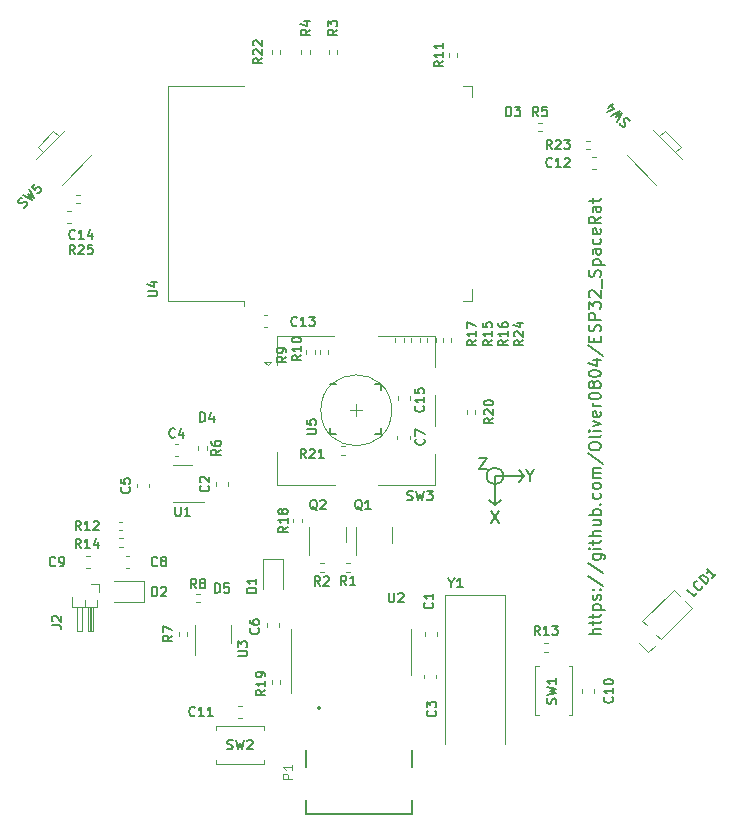
<source format=gbr>
%TF.GenerationSoftware,KiCad,Pcbnew,(6.0.0-0)*%
%TF.CreationDate,2022-03-19T01:27:06+08:00*%
%TF.ProjectId,PCB,5043422e-6b69-4636-9164-5f7063625858,rev?*%
%TF.SameCoordinates,Original*%
%TF.FileFunction,Legend,Top*%
%TF.FilePolarity,Positive*%
%FSLAX46Y46*%
G04 Gerber Fmt 4.6, Leading zero omitted, Abs format (unit mm)*
G04 Created by KiCad (PCBNEW (6.0.0-0)) date 2022-03-19 01:27:06*
%MOMM*%
%LPD*%
G01*
G04 APERTURE LIST*
%ADD10C,0.150000*%
%ADD11C,0.015000*%
%ADD12C,0.120000*%
%ADD13C,0.100000*%
%ADD14C,0.200000*%
%ADD15C,0.127000*%
G04 APERTURE END LIST*
D10*
X120452380Y-119380952D02*
X119452380Y-119380952D01*
X120452380Y-118952380D02*
X119928571Y-118952380D01*
X119833333Y-119000000D01*
X119785714Y-119095238D01*
X119785714Y-119238095D01*
X119833333Y-119333333D01*
X119880952Y-119380952D01*
X119785714Y-118619047D02*
X119785714Y-118238095D01*
X119452380Y-118476190D02*
X120309523Y-118476190D01*
X120404761Y-118428571D01*
X120452380Y-118333333D01*
X120452380Y-118238095D01*
X119785714Y-118047619D02*
X119785714Y-117666666D01*
X119452380Y-117904761D02*
X120309523Y-117904761D01*
X120404761Y-117857142D01*
X120452380Y-117761904D01*
X120452380Y-117666666D01*
X119785714Y-117333333D02*
X120785714Y-117333333D01*
X119833333Y-117333333D02*
X119785714Y-117238095D01*
X119785714Y-117047619D01*
X119833333Y-116952380D01*
X119880952Y-116904761D01*
X119976190Y-116857142D01*
X120261904Y-116857142D01*
X120357142Y-116904761D01*
X120404761Y-116952380D01*
X120452380Y-117047619D01*
X120452380Y-117238095D01*
X120404761Y-117333333D01*
X120404761Y-116476190D02*
X120452380Y-116380952D01*
X120452380Y-116190476D01*
X120404761Y-116095238D01*
X120309523Y-116047619D01*
X120261904Y-116047619D01*
X120166666Y-116095238D01*
X120119047Y-116190476D01*
X120119047Y-116333333D01*
X120071428Y-116428571D01*
X119976190Y-116476190D01*
X119928571Y-116476190D01*
X119833333Y-116428571D01*
X119785714Y-116333333D01*
X119785714Y-116190476D01*
X119833333Y-116095238D01*
X120357142Y-115619047D02*
X120404761Y-115571428D01*
X120452380Y-115619047D01*
X120404761Y-115666666D01*
X120357142Y-115619047D01*
X120452380Y-115619047D01*
X119833333Y-115619047D02*
X119880952Y-115571428D01*
X119928571Y-115619047D01*
X119880952Y-115666666D01*
X119833333Y-115619047D01*
X119928571Y-115619047D01*
X119404761Y-114428571D02*
X120690476Y-115285714D01*
X119404761Y-113380952D02*
X120690476Y-114238095D01*
X119785714Y-112619047D02*
X120595238Y-112619047D01*
X120690476Y-112666666D01*
X120738095Y-112714285D01*
X120785714Y-112809523D01*
X120785714Y-112952380D01*
X120738095Y-113047619D01*
X120404761Y-112619047D02*
X120452380Y-112714285D01*
X120452380Y-112904761D01*
X120404761Y-113000000D01*
X120357142Y-113047619D01*
X120261904Y-113095238D01*
X119976190Y-113095238D01*
X119880952Y-113047619D01*
X119833333Y-113000000D01*
X119785714Y-112904761D01*
X119785714Y-112714285D01*
X119833333Y-112619047D01*
X120452380Y-112142857D02*
X119785714Y-112142857D01*
X119452380Y-112142857D02*
X119500000Y-112190476D01*
X119547619Y-112142857D01*
X119500000Y-112095238D01*
X119452380Y-112142857D01*
X119547619Y-112142857D01*
X119785714Y-111809523D02*
X119785714Y-111428571D01*
X119452380Y-111666666D02*
X120309523Y-111666666D01*
X120404761Y-111619047D01*
X120452380Y-111523809D01*
X120452380Y-111428571D01*
X120452380Y-111095238D02*
X119452380Y-111095238D01*
X120452380Y-110666666D02*
X119928571Y-110666666D01*
X119833333Y-110714285D01*
X119785714Y-110809523D01*
X119785714Y-110952380D01*
X119833333Y-111047619D01*
X119880952Y-111095238D01*
X119785714Y-109761904D02*
X120452380Y-109761904D01*
X119785714Y-110190476D02*
X120309523Y-110190476D01*
X120404761Y-110142857D01*
X120452380Y-110047619D01*
X120452380Y-109904761D01*
X120404761Y-109809523D01*
X120357142Y-109761904D01*
X120452380Y-109285714D02*
X119452380Y-109285714D01*
X119833333Y-109285714D02*
X119785714Y-109190476D01*
X119785714Y-109000000D01*
X119833333Y-108904761D01*
X119880952Y-108857142D01*
X119976190Y-108809523D01*
X120261904Y-108809523D01*
X120357142Y-108857142D01*
X120404761Y-108904761D01*
X120452380Y-109000000D01*
X120452380Y-109190476D01*
X120404761Y-109285714D01*
X120357142Y-108380952D02*
X120404761Y-108333333D01*
X120452380Y-108380952D01*
X120404761Y-108428571D01*
X120357142Y-108380952D01*
X120452380Y-108380952D01*
X120404761Y-107476190D02*
X120452380Y-107571428D01*
X120452380Y-107761904D01*
X120404761Y-107857142D01*
X120357142Y-107904761D01*
X120261904Y-107952380D01*
X119976190Y-107952380D01*
X119880952Y-107904761D01*
X119833333Y-107857142D01*
X119785714Y-107761904D01*
X119785714Y-107571428D01*
X119833333Y-107476190D01*
X120452380Y-106904761D02*
X120404761Y-107000000D01*
X120357142Y-107047619D01*
X120261904Y-107095238D01*
X119976190Y-107095238D01*
X119880952Y-107047619D01*
X119833333Y-107000000D01*
X119785714Y-106904761D01*
X119785714Y-106761904D01*
X119833333Y-106666666D01*
X119880952Y-106619047D01*
X119976190Y-106571428D01*
X120261904Y-106571428D01*
X120357142Y-106619047D01*
X120404761Y-106666666D01*
X120452380Y-106761904D01*
X120452380Y-106904761D01*
X120452380Y-106142857D02*
X119785714Y-106142857D01*
X119880952Y-106142857D02*
X119833333Y-106095238D01*
X119785714Y-106000000D01*
X119785714Y-105857142D01*
X119833333Y-105761904D01*
X119928571Y-105714285D01*
X120452380Y-105714285D01*
X119928571Y-105714285D02*
X119833333Y-105666666D01*
X119785714Y-105571428D01*
X119785714Y-105428571D01*
X119833333Y-105333333D01*
X119928571Y-105285714D01*
X120452380Y-105285714D01*
X119404761Y-104095238D02*
X120690476Y-104952380D01*
X119452380Y-103571428D02*
X119452380Y-103380952D01*
X119500000Y-103285714D01*
X119595238Y-103190476D01*
X119785714Y-103142857D01*
X120119047Y-103142857D01*
X120309523Y-103190476D01*
X120404761Y-103285714D01*
X120452380Y-103380952D01*
X120452380Y-103571428D01*
X120404761Y-103666666D01*
X120309523Y-103761904D01*
X120119047Y-103809523D01*
X119785714Y-103809523D01*
X119595238Y-103761904D01*
X119500000Y-103666666D01*
X119452380Y-103571428D01*
X120452380Y-102571428D02*
X120404761Y-102666666D01*
X120309523Y-102714285D01*
X119452380Y-102714285D01*
X120452380Y-102190476D02*
X119785714Y-102190476D01*
X119452380Y-102190476D02*
X119500000Y-102238095D01*
X119547619Y-102190476D01*
X119500000Y-102142857D01*
X119452380Y-102190476D01*
X119547619Y-102190476D01*
X119785714Y-101809523D02*
X120452380Y-101571428D01*
X119785714Y-101333333D01*
X120404761Y-100571428D02*
X120452380Y-100666666D01*
X120452380Y-100857142D01*
X120404761Y-100952380D01*
X120309523Y-101000000D01*
X119928571Y-101000000D01*
X119833333Y-100952380D01*
X119785714Y-100857142D01*
X119785714Y-100666666D01*
X119833333Y-100571428D01*
X119928571Y-100523809D01*
X120023809Y-100523809D01*
X120119047Y-101000000D01*
X120452380Y-100095238D02*
X119785714Y-100095238D01*
X119976190Y-100095238D02*
X119880952Y-100047619D01*
X119833333Y-100000000D01*
X119785714Y-99904761D01*
X119785714Y-99809523D01*
X119452380Y-99285714D02*
X119452380Y-99190476D01*
X119500000Y-99095238D01*
X119547619Y-99047619D01*
X119642857Y-99000000D01*
X119833333Y-98952380D01*
X120071428Y-98952380D01*
X120261904Y-99000000D01*
X120357142Y-99047619D01*
X120404761Y-99095238D01*
X120452380Y-99190476D01*
X120452380Y-99285714D01*
X120404761Y-99380952D01*
X120357142Y-99428571D01*
X120261904Y-99476190D01*
X120071428Y-99523809D01*
X119833333Y-99523809D01*
X119642857Y-99476190D01*
X119547619Y-99428571D01*
X119500000Y-99380952D01*
X119452380Y-99285714D01*
X119880952Y-98380952D02*
X119833333Y-98476190D01*
X119785714Y-98523809D01*
X119690476Y-98571428D01*
X119642857Y-98571428D01*
X119547619Y-98523809D01*
X119500000Y-98476190D01*
X119452380Y-98380952D01*
X119452380Y-98190476D01*
X119500000Y-98095238D01*
X119547619Y-98047619D01*
X119642857Y-98000000D01*
X119690476Y-98000000D01*
X119785714Y-98047619D01*
X119833333Y-98095238D01*
X119880952Y-98190476D01*
X119880952Y-98380952D01*
X119928571Y-98476190D01*
X119976190Y-98523809D01*
X120071428Y-98571428D01*
X120261904Y-98571428D01*
X120357142Y-98523809D01*
X120404761Y-98476190D01*
X120452380Y-98380952D01*
X120452380Y-98190476D01*
X120404761Y-98095238D01*
X120357142Y-98047619D01*
X120261904Y-98000000D01*
X120071428Y-98000000D01*
X119976190Y-98047619D01*
X119928571Y-98095238D01*
X119880952Y-98190476D01*
X119452380Y-97380952D02*
X119452380Y-97285714D01*
X119500000Y-97190476D01*
X119547619Y-97142857D01*
X119642857Y-97095238D01*
X119833333Y-97047619D01*
X120071428Y-97047619D01*
X120261904Y-97095238D01*
X120357142Y-97142857D01*
X120404761Y-97190476D01*
X120452380Y-97285714D01*
X120452380Y-97380952D01*
X120404761Y-97476190D01*
X120357142Y-97523809D01*
X120261904Y-97571428D01*
X120071428Y-97619047D01*
X119833333Y-97619047D01*
X119642857Y-97571428D01*
X119547619Y-97523809D01*
X119500000Y-97476190D01*
X119452380Y-97380952D01*
X119785714Y-96190476D02*
X120452380Y-96190476D01*
X119404761Y-96428571D02*
X120119047Y-96666666D01*
X120119047Y-96047619D01*
X119404761Y-94952380D02*
X120690476Y-95809523D01*
X119928571Y-94619047D02*
X119928571Y-94285714D01*
X120452380Y-94142857D02*
X120452380Y-94619047D01*
X119452380Y-94619047D01*
X119452380Y-94142857D01*
X120404761Y-93761904D02*
X120452380Y-93619047D01*
X120452380Y-93380952D01*
X120404761Y-93285714D01*
X120357142Y-93238095D01*
X120261904Y-93190476D01*
X120166666Y-93190476D01*
X120071428Y-93238095D01*
X120023809Y-93285714D01*
X119976190Y-93380952D01*
X119928571Y-93571428D01*
X119880952Y-93666666D01*
X119833333Y-93714285D01*
X119738095Y-93761904D01*
X119642857Y-93761904D01*
X119547619Y-93714285D01*
X119500000Y-93666666D01*
X119452380Y-93571428D01*
X119452380Y-93333333D01*
X119500000Y-93190476D01*
X120452380Y-92761904D02*
X119452380Y-92761904D01*
X119452380Y-92380952D01*
X119500000Y-92285714D01*
X119547619Y-92238095D01*
X119642857Y-92190476D01*
X119785714Y-92190476D01*
X119880952Y-92238095D01*
X119928571Y-92285714D01*
X119976190Y-92380952D01*
X119976190Y-92761904D01*
X119452380Y-91857142D02*
X119452380Y-91238095D01*
X119833333Y-91571428D01*
X119833333Y-91428571D01*
X119880952Y-91333333D01*
X119928571Y-91285714D01*
X120023809Y-91238095D01*
X120261904Y-91238095D01*
X120357142Y-91285714D01*
X120404761Y-91333333D01*
X120452380Y-91428571D01*
X120452380Y-91714285D01*
X120404761Y-91809523D01*
X120357142Y-91857142D01*
X119547619Y-90857142D02*
X119500000Y-90809523D01*
X119452380Y-90714285D01*
X119452380Y-90476190D01*
X119500000Y-90380952D01*
X119547619Y-90333333D01*
X119642857Y-90285714D01*
X119738095Y-90285714D01*
X119880952Y-90333333D01*
X120452380Y-90904761D01*
X120452380Y-90285714D01*
X120547619Y-90095238D02*
X120547619Y-89333333D01*
X120404761Y-89142857D02*
X120452380Y-89000000D01*
X120452380Y-88761904D01*
X120404761Y-88666666D01*
X120357142Y-88619047D01*
X120261904Y-88571428D01*
X120166666Y-88571428D01*
X120071428Y-88619047D01*
X120023809Y-88666666D01*
X119976190Y-88761904D01*
X119928571Y-88952380D01*
X119880952Y-89047619D01*
X119833333Y-89095238D01*
X119738095Y-89142857D01*
X119642857Y-89142857D01*
X119547619Y-89095238D01*
X119500000Y-89047619D01*
X119452380Y-88952380D01*
X119452380Y-88714285D01*
X119500000Y-88571428D01*
X119785714Y-88142857D02*
X120785714Y-88142857D01*
X119833333Y-88142857D02*
X119785714Y-88047619D01*
X119785714Y-87857142D01*
X119833333Y-87761904D01*
X119880952Y-87714285D01*
X119976190Y-87666666D01*
X120261904Y-87666666D01*
X120357142Y-87714285D01*
X120404761Y-87761904D01*
X120452380Y-87857142D01*
X120452380Y-88047619D01*
X120404761Y-88142857D01*
X120452380Y-86809523D02*
X119928571Y-86809523D01*
X119833333Y-86857142D01*
X119785714Y-86952380D01*
X119785714Y-87142857D01*
X119833333Y-87238095D01*
X120404761Y-86809523D02*
X120452380Y-86904761D01*
X120452380Y-87142857D01*
X120404761Y-87238095D01*
X120309523Y-87285714D01*
X120214285Y-87285714D01*
X120119047Y-87238095D01*
X120071428Y-87142857D01*
X120071428Y-86904761D01*
X120023809Y-86809523D01*
X120404761Y-85904761D02*
X120452380Y-86000000D01*
X120452380Y-86190476D01*
X120404761Y-86285714D01*
X120357142Y-86333333D01*
X120261904Y-86380952D01*
X119976190Y-86380952D01*
X119880952Y-86333333D01*
X119833333Y-86285714D01*
X119785714Y-86190476D01*
X119785714Y-86000000D01*
X119833333Y-85904761D01*
X120404761Y-85095238D02*
X120452380Y-85190476D01*
X120452380Y-85380952D01*
X120404761Y-85476190D01*
X120309523Y-85523809D01*
X119928571Y-85523809D01*
X119833333Y-85476190D01*
X119785714Y-85380952D01*
X119785714Y-85190476D01*
X119833333Y-85095238D01*
X119928571Y-85047619D01*
X120023809Y-85047619D01*
X120119047Y-85523809D01*
X120452380Y-84047619D02*
X119976190Y-84380952D01*
X120452380Y-84619047D02*
X119452380Y-84619047D01*
X119452380Y-84238095D01*
X119500000Y-84142857D01*
X119547619Y-84095238D01*
X119642857Y-84047619D01*
X119785714Y-84047619D01*
X119880952Y-84095238D01*
X119928571Y-84142857D01*
X119976190Y-84238095D01*
X119976190Y-84619047D01*
X120452380Y-83190476D02*
X119928571Y-83190476D01*
X119833333Y-83238095D01*
X119785714Y-83333333D01*
X119785714Y-83523809D01*
X119833333Y-83619047D01*
X120404761Y-83190476D02*
X120452380Y-83285714D01*
X120452380Y-83523809D01*
X120404761Y-83619047D01*
X120309523Y-83666666D01*
X120214285Y-83666666D01*
X120119047Y-83619047D01*
X120071428Y-83523809D01*
X120071428Y-83285714D01*
X120023809Y-83190476D01*
X119785714Y-82857142D02*
X119785714Y-82476190D01*
X119452380Y-82714285D02*
X120309523Y-82714285D01*
X120404761Y-82666666D01*
X120452380Y-82571428D01*
X120452380Y-82476190D01*
X110166666Y-104452380D02*
X110833333Y-104452380D01*
X110166666Y-105452380D01*
X110833333Y-105452380D01*
X114500000Y-105976190D02*
X114500000Y-106452380D01*
X114166666Y-105452380D02*
X114500000Y-105976190D01*
X114833333Y-105452380D01*
X111166666Y-108952380D02*
X111833333Y-109952380D01*
X111833333Y-108952380D02*
X111166666Y-109952380D01*
X112207107Y-106000000D02*
G75*
G03*
X112207107Y-106000000I-707107J0D01*
G01*
X111500000Y-108500000D02*
X112000000Y-108000000D01*
X114000000Y-106000000D02*
X113500000Y-106500000D01*
X113500000Y-105500000D02*
X114000000Y-106000000D01*
X114000000Y-106000000D02*
X113500000Y-105500000D01*
X111000000Y-108000000D02*
X111500000Y-108500000D01*
X111500000Y-108500000D02*
X111000000Y-108000000D01*
X114000000Y-106000000D02*
X111500000Y-106000000D01*
X111500000Y-108500000D02*
X111500000Y-106000000D01*
X111500000Y-106000000D02*
X111500000Y-108500000D01*
%TO.C,U4*%
X82111904Y-90779523D02*
X82759523Y-90779523D01*
X82835714Y-90741428D01*
X82873809Y-90703333D01*
X82911904Y-90627142D01*
X82911904Y-90474761D01*
X82873809Y-90398571D01*
X82835714Y-90360476D01*
X82759523Y-90322380D01*
X82111904Y-90322380D01*
X82378571Y-89598571D02*
X82911904Y-89598571D01*
X82073809Y-89789047D02*
X82645238Y-89979523D01*
X82645238Y-89484285D01*
%TO.C,C7*%
X105475714Y-102863333D02*
X105513809Y-102901428D01*
X105551904Y-103015714D01*
X105551904Y-103091904D01*
X105513809Y-103206190D01*
X105437619Y-103282380D01*
X105361428Y-103320476D01*
X105209047Y-103358571D01*
X105094761Y-103358571D01*
X104942380Y-103320476D01*
X104866190Y-103282380D01*
X104790000Y-103206190D01*
X104751904Y-103091904D01*
X104751904Y-103015714D01*
X104790000Y-102901428D01*
X104828095Y-102863333D01*
X104751904Y-102596666D02*
X104751904Y-102063333D01*
X105551904Y-102406190D01*
%TO.C,R2*%
X96716666Y-115274404D02*
X96450000Y-114893452D01*
X96259523Y-115274404D02*
X96259523Y-114474404D01*
X96564285Y-114474404D01*
X96640476Y-114512500D01*
X96678571Y-114550595D01*
X96716666Y-114626785D01*
X96716666Y-114741071D01*
X96678571Y-114817261D01*
X96640476Y-114855357D01*
X96564285Y-114893452D01*
X96259523Y-114893452D01*
X97021428Y-114550595D02*
X97059523Y-114512500D01*
X97135714Y-114474404D01*
X97326190Y-114474404D01*
X97402380Y-114512500D01*
X97440476Y-114550595D01*
X97478571Y-114626785D01*
X97478571Y-114702976D01*
X97440476Y-114817261D01*
X96983333Y-115274404D01*
X97478571Y-115274404D01*
%TO.C,C15*%
X105441714Y-100082285D02*
X105479809Y-100120380D01*
X105517904Y-100234666D01*
X105517904Y-100310857D01*
X105479809Y-100425142D01*
X105403619Y-100501333D01*
X105327428Y-100539428D01*
X105175047Y-100577523D01*
X105060761Y-100577523D01*
X104908380Y-100539428D01*
X104832190Y-100501333D01*
X104756000Y-100425142D01*
X104717904Y-100310857D01*
X104717904Y-100234666D01*
X104756000Y-100120380D01*
X104794095Y-100082285D01*
X105517904Y-99320380D02*
X105517904Y-99777523D01*
X105517904Y-99548952D02*
X104717904Y-99548952D01*
X104832190Y-99625142D01*
X104908380Y-99701333D01*
X104946476Y-99777523D01*
X104717904Y-98596571D02*
X104717904Y-98977523D01*
X105098857Y-99015619D01*
X105060761Y-98977523D01*
X105022666Y-98901333D01*
X105022666Y-98710857D01*
X105060761Y-98634666D01*
X105098857Y-98596571D01*
X105175047Y-98558476D01*
X105365523Y-98558476D01*
X105441714Y-98596571D01*
X105479809Y-98634666D01*
X105517904Y-98710857D01*
X105517904Y-98901333D01*
X105479809Y-98977523D01*
X105441714Y-99015619D01*
%TO.C,R1*%
X98926666Y-115244404D02*
X98660000Y-114863452D01*
X98469523Y-115244404D02*
X98469523Y-114444404D01*
X98774285Y-114444404D01*
X98850476Y-114482500D01*
X98888571Y-114520595D01*
X98926666Y-114596785D01*
X98926666Y-114711071D01*
X98888571Y-114787261D01*
X98850476Y-114825357D01*
X98774285Y-114863452D01*
X98469523Y-114863452D01*
X99688571Y-115244404D02*
X99231428Y-115244404D01*
X99460000Y-115244404D02*
X99460000Y-114444404D01*
X99383809Y-114558690D01*
X99307619Y-114634880D01*
X99231428Y-114672976D01*
%TO.C,C2*%
X87247714Y-106813333D02*
X87285809Y-106851428D01*
X87323904Y-106965714D01*
X87323904Y-107041904D01*
X87285809Y-107156190D01*
X87209619Y-107232380D01*
X87133428Y-107270476D01*
X86981047Y-107308571D01*
X86866761Y-107308571D01*
X86714380Y-107270476D01*
X86638190Y-107232380D01*
X86562000Y-107156190D01*
X86523904Y-107041904D01*
X86523904Y-106965714D01*
X86562000Y-106851428D01*
X86600095Y-106813333D01*
X86600095Y-106508571D02*
X86562000Y-106470476D01*
X86523904Y-106394285D01*
X86523904Y-106203809D01*
X86562000Y-106127619D01*
X86600095Y-106089523D01*
X86676285Y-106051428D01*
X86752476Y-106051428D01*
X86866761Y-106089523D01*
X87323904Y-106546666D01*
X87323904Y-106051428D01*
%TO.C,SW4*%
X122903215Y-75963279D02*
X122849340Y-75855529D01*
X122714653Y-75720842D01*
X122633841Y-75693905D01*
X122579966Y-75693905D01*
X122499154Y-75720842D01*
X122445279Y-75774717D01*
X122418341Y-75855529D01*
X122418341Y-75909404D01*
X122445279Y-75990216D01*
X122526091Y-76124903D01*
X122553028Y-76205715D01*
X122553028Y-76259590D01*
X122526091Y-76340402D01*
X122472216Y-76394277D01*
X122391404Y-76421215D01*
X122337529Y-76421215D01*
X122256717Y-76394277D01*
X122122030Y-76259590D01*
X122068155Y-76151841D01*
X121852656Y-75990216D02*
X122283654Y-75289844D01*
X121771844Y-75586155D01*
X122068155Y-75074345D01*
X121367783Y-75505343D01*
X121098409Y-74858845D02*
X121475532Y-74481722D01*
X121017597Y-75209032D02*
X121556345Y-74939658D01*
X121206158Y-74589471D01*
%TO.C,C9*%
X74288666Y-113569714D02*
X74250571Y-113607809D01*
X74136285Y-113645904D01*
X74060095Y-113645904D01*
X73945809Y-113607809D01*
X73869619Y-113531619D01*
X73831523Y-113455428D01*
X73793428Y-113303047D01*
X73793428Y-113188761D01*
X73831523Y-113036380D01*
X73869619Y-112960190D01*
X73945809Y-112884000D01*
X74060095Y-112845904D01*
X74136285Y-112845904D01*
X74250571Y-112884000D01*
X74288666Y-112922095D01*
X74669619Y-113645904D02*
X74822000Y-113645904D01*
X74898190Y-113607809D01*
X74936285Y-113569714D01*
X75012476Y-113455428D01*
X75050571Y-113303047D01*
X75050571Y-112998285D01*
X75012476Y-112922095D01*
X74974380Y-112884000D01*
X74898190Y-112845904D01*
X74745809Y-112845904D01*
X74669619Y-112884000D01*
X74631523Y-112922095D01*
X74593428Y-112998285D01*
X74593428Y-113188761D01*
X74631523Y-113264952D01*
X74669619Y-113303047D01*
X74745809Y-113341142D01*
X74898190Y-113341142D01*
X74974380Y-113303047D01*
X75012476Y-113264952D01*
X75050571Y-113188761D01*
%TO.C,R14*%
X76447714Y-112121904D02*
X76181047Y-111740952D01*
X75990571Y-112121904D02*
X75990571Y-111321904D01*
X76295333Y-111321904D01*
X76371523Y-111360000D01*
X76409619Y-111398095D01*
X76447714Y-111474285D01*
X76447714Y-111588571D01*
X76409619Y-111664761D01*
X76371523Y-111702857D01*
X76295333Y-111740952D01*
X75990571Y-111740952D01*
X77209619Y-112121904D02*
X76752476Y-112121904D01*
X76981047Y-112121904D02*
X76981047Y-111321904D01*
X76904857Y-111436190D01*
X76828666Y-111512380D01*
X76752476Y-111550476D01*
X77895333Y-111588571D02*
X77895333Y-112121904D01*
X77704857Y-111283809D02*
X77514380Y-111855238D01*
X78009619Y-111855238D01*
%TO.C,R4*%
X95865904Y-68205333D02*
X95484952Y-68472000D01*
X95865904Y-68662476D02*
X95065904Y-68662476D01*
X95065904Y-68357714D01*
X95104000Y-68281523D01*
X95142095Y-68243428D01*
X95218285Y-68205333D01*
X95332571Y-68205333D01*
X95408761Y-68243428D01*
X95446857Y-68281523D01*
X95484952Y-68357714D01*
X95484952Y-68662476D01*
X95332571Y-67519619D02*
X95865904Y-67519619D01*
X95027809Y-67710095D02*
X95599238Y-67900571D01*
X95599238Y-67405333D01*
%TO.C,D3*%
X112439523Y-75545904D02*
X112439523Y-74745904D01*
X112630000Y-74745904D01*
X112744285Y-74784000D01*
X112820476Y-74860190D01*
X112858571Y-74936380D01*
X112896666Y-75088761D01*
X112896666Y-75203047D01*
X112858571Y-75355428D01*
X112820476Y-75431619D01*
X112744285Y-75507809D01*
X112630000Y-75545904D01*
X112439523Y-75545904D01*
X113163333Y-74745904D02*
X113658571Y-74745904D01*
X113391904Y-75050666D01*
X113506190Y-75050666D01*
X113582380Y-75088761D01*
X113620476Y-75126857D01*
X113658571Y-75203047D01*
X113658571Y-75393523D01*
X113620476Y-75469714D01*
X113582380Y-75507809D01*
X113506190Y-75545904D01*
X113277619Y-75545904D01*
X113201428Y-75507809D01*
X113163333Y-75469714D01*
%TO.C,C12*%
X116325714Y-79787714D02*
X116287619Y-79825809D01*
X116173333Y-79863904D01*
X116097142Y-79863904D01*
X115982857Y-79825809D01*
X115906666Y-79749619D01*
X115868571Y-79673428D01*
X115830476Y-79521047D01*
X115830476Y-79406761D01*
X115868571Y-79254380D01*
X115906666Y-79178190D01*
X115982857Y-79102000D01*
X116097142Y-79063904D01*
X116173333Y-79063904D01*
X116287619Y-79102000D01*
X116325714Y-79140095D01*
X117087619Y-79863904D02*
X116630476Y-79863904D01*
X116859047Y-79863904D02*
X116859047Y-79063904D01*
X116782857Y-79178190D01*
X116706666Y-79254380D01*
X116630476Y-79292476D01*
X117392380Y-79140095D02*
X117430476Y-79102000D01*
X117506666Y-79063904D01*
X117697142Y-79063904D01*
X117773333Y-79102000D01*
X117811428Y-79140095D01*
X117849523Y-79216285D01*
X117849523Y-79292476D01*
X117811428Y-79406761D01*
X117354285Y-79863904D01*
X117849523Y-79863904D01*
%TO.C,R11*%
X107141904Y-70872285D02*
X106760952Y-71138952D01*
X107141904Y-71329428D02*
X106341904Y-71329428D01*
X106341904Y-71024666D01*
X106380000Y-70948476D01*
X106418095Y-70910380D01*
X106494285Y-70872285D01*
X106608571Y-70872285D01*
X106684761Y-70910380D01*
X106722857Y-70948476D01*
X106760952Y-71024666D01*
X106760952Y-71329428D01*
X107141904Y-70110380D02*
X107141904Y-70567523D01*
X107141904Y-70338952D02*
X106341904Y-70338952D01*
X106456190Y-70415142D01*
X106532380Y-70491333D01*
X106570476Y-70567523D01*
X107141904Y-69348476D02*
X107141904Y-69805619D01*
X107141904Y-69577047D02*
X106341904Y-69577047D01*
X106456190Y-69653238D01*
X106532380Y-69729428D01*
X106570476Y-69805619D01*
%TO.C,SW5*%
X71610720Y-83279215D02*
X71718470Y-83225340D01*
X71853157Y-83090653D01*
X71880094Y-83009841D01*
X71880094Y-82955966D01*
X71853157Y-82875154D01*
X71799282Y-82821279D01*
X71718470Y-82794341D01*
X71664595Y-82794341D01*
X71583783Y-82821279D01*
X71449096Y-82902091D01*
X71368284Y-82929028D01*
X71314409Y-82929028D01*
X71233597Y-82902091D01*
X71179722Y-82848216D01*
X71152784Y-82767404D01*
X71152784Y-82713529D01*
X71179722Y-82632717D01*
X71314409Y-82498030D01*
X71422158Y-82444155D01*
X71583783Y-82228656D02*
X72284155Y-82659654D01*
X71987844Y-82147844D01*
X72499654Y-82444155D01*
X72068656Y-81743783D01*
X72553529Y-81258910D02*
X72284155Y-81528284D01*
X72526592Y-81824595D01*
X72526592Y-81770720D01*
X72553529Y-81689908D01*
X72688216Y-81555221D01*
X72769028Y-81528284D01*
X72822903Y-81528284D01*
X72903715Y-81555221D01*
X73038402Y-81689908D01*
X73065340Y-81770720D01*
X73065340Y-81824595D01*
X73038402Y-81905407D01*
X72903715Y-82040094D01*
X72822903Y-82067032D01*
X72769028Y-82067032D01*
%TO.C,R25*%
X75939714Y-87229904D02*
X75673047Y-86848952D01*
X75482571Y-87229904D02*
X75482571Y-86429904D01*
X75787333Y-86429904D01*
X75863523Y-86468000D01*
X75901619Y-86506095D01*
X75939714Y-86582285D01*
X75939714Y-86696571D01*
X75901619Y-86772761D01*
X75863523Y-86810857D01*
X75787333Y-86848952D01*
X75482571Y-86848952D01*
X76244476Y-86506095D02*
X76282571Y-86468000D01*
X76358761Y-86429904D01*
X76549238Y-86429904D01*
X76625428Y-86468000D01*
X76663523Y-86506095D01*
X76701619Y-86582285D01*
X76701619Y-86658476D01*
X76663523Y-86772761D01*
X76206380Y-87229904D01*
X76701619Y-87229904D01*
X77425428Y-86429904D02*
X77044476Y-86429904D01*
X77006380Y-86810857D01*
X77044476Y-86772761D01*
X77120666Y-86734666D01*
X77311142Y-86734666D01*
X77387333Y-86772761D01*
X77425428Y-86810857D01*
X77463523Y-86887047D01*
X77463523Y-87077523D01*
X77425428Y-87153714D01*
X77387333Y-87191809D01*
X77311142Y-87229904D01*
X77120666Y-87229904D01*
X77044476Y-87191809D01*
X77006380Y-87153714D01*
%TO.C,U3*%
X89731904Y-121259523D02*
X90379523Y-121259523D01*
X90455714Y-121221428D01*
X90493809Y-121183333D01*
X90531904Y-121107142D01*
X90531904Y-120954761D01*
X90493809Y-120878571D01*
X90455714Y-120840476D01*
X90379523Y-120802380D01*
X89731904Y-120802380D01*
X89731904Y-120497619D02*
X89731904Y-120002380D01*
X90036666Y-120269047D01*
X90036666Y-120154761D01*
X90074761Y-120078571D01*
X90112857Y-120040476D01*
X90189047Y-120002380D01*
X90379523Y-120002380D01*
X90455714Y-120040476D01*
X90493809Y-120078571D01*
X90531904Y-120154761D01*
X90531904Y-120383333D01*
X90493809Y-120459523D01*
X90455714Y-120497619D01*
%TO.C,Y1*%
X107823047Y-115042952D02*
X107823047Y-115423904D01*
X107556380Y-114623904D02*
X107823047Y-115042952D01*
X108089714Y-114623904D01*
X108775428Y-115423904D02*
X108318285Y-115423904D01*
X108546857Y-115423904D02*
X108546857Y-114623904D01*
X108470666Y-114738190D01*
X108394476Y-114814380D01*
X108318285Y-114852476D01*
%TO.C,SW3*%
X104089333Y-108019809D02*
X104203619Y-108057904D01*
X104394095Y-108057904D01*
X104470285Y-108019809D01*
X104508380Y-107981714D01*
X104546476Y-107905523D01*
X104546476Y-107829333D01*
X104508380Y-107753142D01*
X104470285Y-107715047D01*
X104394095Y-107676952D01*
X104241714Y-107638857D01*
X104165523Y-107600761D01*
X104127428Y-107562666D01*
X104089333Y-107486476D01*
X104089333Y-107410285D01*
X104127428Y-107334095D01*
X104165523Y-107296000D01*
X104241714Y-107257904D01*
X104432190Y-107257904D01*
X104546476Y-107296000D01*
X104813142Y-107257904D02*
X105003619Y-108057904D01*
X105156000Y-107486476D01*
X105308380Y-108057904D01*
X105498857Y-107257904D01*
X105727428Y-107257904D02*
X106222666Y-107257904D01*
X105956000Y-107562666D01*
X106070285Y-107562666D01*
X106146476Y-107600761D01*
X106184571Y-107638857D01*
X106222666Y-107715047D01*
X106222666Y-107905523D01*
X106184571Y-107981714D01*
X106146476Y-108019809D01*
X106070285Y-108057904D01*
X105841714Y-108057904D01*
X105765523Y-108019809D01*
X105727428Y-107981714D01*
%TO.C,C4*%
X84416666Y-102695714D02*
X84378571Y-102733809D01*
X84264285Y-102771904D01*
X84188095Y-102771904D01*
X84073809Y-102733809D01*
X83997619Y-102657619D01*
X83959523Y-102581428D01*
X83921428Y-102429047D01*
X83921428Y-102314761D01*
X83959523Y-102162380D01*
X83997619Y-102086190D01*
X84073809Y-102010000D01*
X84188095Y-101971904D01*
X84264285Y-101971904D01*
X84378571Y-102010000D01*
X84416666Y-102048095D01*
X85102380Y-102238571D02*
X85102380Y-102771904D01*
X84911904Y-101933809D02*
X84721428Y-102505238D01*
X85216666Y-102505238D01*
%TO.C,R12*%
X76447714Y-110597904D02*
X76181047Y-110216952D01*
X75990571Y-110597904D02*
X75990571Y-109797904D01*
X76295333Y-109797904D01*
X76371523Y-109836000D01*
X76409619Y-109874095D01*
X76447714Y-109950285D01*
X76447714Y-110064571D01*
X76409619Y-110140761D01*
X76371523Y-110178857D01*
X76295333Y-110216952D01*
X75990571Y-110216952D01*
X77209619Y-110597904D02*
X76752476Y-110597904D01*
X76981047Y-110597904D02*
X76981047Y-109797904D01*
X76904857Y-109912190D01*
X76828666Y-109988380D01*
X76752476Y-110026476D01*
X77514380Y-109874095D02*
X77552476Y-109836000D01*
X77628666Y-109797904D01*
X77819142Y-109797904D01*
X77895333Y-109836000D01*
X77933428Y-109874095D01*
X77971523Y-109950285D01*
X77971523Y-110026476D01*
X77933428Y-110140761D01*
X77476285Y-110597904D01*
X77971523Y-110597904D01*
%TO.C,SW1*%
X116655809Y-125272666D02*
X116693904Y-125158380D01*
X116693904Y-124967904D01*
X116655809Y-124891714D01*
X116617714Y-124853619D01*
X116541523Y-124815523D01*
X116465333Y-124815523D01*
X116389142Y-124853619D01*
X116351047Y-124891714D01*
X116312952Y-124967904D01*
X116274857Y-125120285D01*
X116236761Y-125196476D01*
X116198666Y-125234571D01*
X116122476Y-125272666D01*
X116046285Y-125272666D01*
X115970095Y-125234571D01*
X115932000Y-125196476D01*
X115893904Y-125120285D01*
X115893904Y-124929809D01*
X115932000Y-124815523D01*
X115893904Y-124548857D02*
X116693904Y-124358380D01*
X116122476Y-124206000D01*
X116693904Y-124053619D01*
X115893904Y-123863142D01*
X116693904Y-123139333D02*
X116693904Y-123596476D01*
X116693904Y-123367904D02*
X115893904Y-123367904D01*
X116008190Y-123444095D01*
X116084380Y-123520285D01*
X116122476Y-123596476D01*
%TO.C,C10*%
X121443714Y-124720285D02*
X121481809Y-124758380D01*
X121519904Y-124872666D01*
X121519904Y-124948857D01*
X121481809Y-125063142D01*
X121405619Y-125139333D01*
X121329428Y-125177428D01*
X121177047Y-125215523D01*
X121062761Y-125215523D01*
X120910380Y-125177428D01*
X120834190Y-125139333D01*
X120758000Y-125063142D01*
X120719904Y-124948857D01*
X120719904Y-124872666D01*
X120758000Y-124758380D01*
X120796095Y-124720285D01*
X121519904Y-123958380D02*
X121519904Y-124415523D01*
X121519904Y-124186952D02*
X120719904Y-124186952D01*
X120834190Y-124263142D01*
X120910380Y-124339333D01*
X120948476Y-124415523D01*
X120719904Y-123463142D02*
X120719904Y-123386952D01*
X120758000Y-123310761D01*
X120796095Y-123272666D01*
X120872285Y-123234571D01*
X121024666Y-123196476D01*
X121215142Y-123196476D01*
X121367523Y-123234571D01*
X121443714Y-123272666D01*
X121481809Y-123310761D01*
X121519904Y-123386952D01*
X121519904Y-123463142D01*
X121481809Y-123539333D01*
X121443714Y-123577428D01*
X121367523Y-123615523D01*
X121215142Y-123653619D01*
X121024666Y-123653619D01*
X120872285Y-123615523D01*
X120796095Y-123577428D01*
X120758000Y-123539333D01*
X120719904Y-123463142D01*
%TO.C,R22*%
X91801904Y-70618285D02*
X91420952Y-70884952D01*
X91801904Y-71075428D02*
X91001904Y-71075428D01*
X91001904Y-70770666D01*
X91040000Y-70694476D01*
X91078095Y-70656380D01*
X91154285Y-70618285D01*
X91268571Y-70618285D01*
X91344761Y-70656380D01*
X91382857Y-70694476D01*
X91420952Y-70770666D01*
X91420952Y-71075428D01*
X91078095Y-70313523D02*
X91040000Y-70275428D01*
X91001904Y-70199238D01*
X91001904Y-70008761D01*
X91040000Y-69932571D01*
X91078095Y-69894476D01*
X91154285Y-69856380D01*
X91230476Y-69856380D01*
X91344761Y-69894476D01*
X91801904Y-70351619D01*
X91801904Y-69856380D01*
X91078095Y-69551619D02*
X91040000Y-69513523D01*
X91001904Y-69437333D01*
X91001904Y-69246857D01*
X91040000Y-69170666D01*
X91078095Y-69132571D01*
X91154285Y-69094476D01*
X91230476Y-69094476D01*
X91344761Y-69132571D01*
X91801904Y-69589714D01*
X91801904Y-69094476D01*
%TO.C,C13*%
X94735714Y-93249714D02*
X94697619Y-93287809D01*
X94583333Y-93325904D01*
X94507142Y-93325904D01*
X94392857Y-93287809D01*
X94316666Y-93211619D01*
X94278571Y-93135428D01*
X94240476Y-92983047D01*
X94240476Y-92868761D01*
X94278571Y-92716380D01*
X94316666Y-92640190D01*
X94392857Y-92564000D01*
X94507142Y-92525904D01*
X94583333Y-92525904D01*
X94697619Y-92564000D01*
X94735714Y-92602095D01*
X95497619Y-93325904D02*
X95040476Y-93325904D01*
X95269047Y-93325904D02*
X95269047Y-92525904D01*
X95192857Y-92640190D01*
X95116666Y-92716380D01*
X95040476Y-92754476D01*
X95764285Y-92525904D02*
X96259523Y-92525904D01*
X95992857Y-92830666D01*
X96107142Y-92830666D01*
X96183333Y-92868761D01*
X96221428Y-92906857D01*
X96259523Y-92983047D01*
X96259523Y-93173523D01*
X96221428Y-93249714D01*
X96183333Y-93287809D01*
X96107142Y-93325904D01*
X95878571Y-93325904D01*
X95802380Y-93287809D01*
X95764285Y-93249714D01*
%TO.C,D4*%
X86531523Y-101419904D02*
X86531523Y-100619904D01*
X86722000Y-100619904D01*
X86836285Y-100658000D01*
X86912476Y-100734190D01*
X86950571Y-100810380D01*
X86988666Y-100962761D01*
X86988666Y-101077047D01*
X86950571Y-101229428D01*
X86912476Y-101305619D01*
X86836285Y-101381809D01*
X86722000Y-101419904D01*
X86531523Y-101419904D01*
X87674380Y-100886571D02*
X87674380Y-101419904D01*
X87483904Y-100581809D02*
X87293428Y-101153238D01*
X87788666Y-101153238D01*
%TO.C,R15*%
X111259904Y-94494285D02*
X110878952Y-94760952D01*
X111259904Y-94951428D02*
X110459904Y-94951428D01*
X110459904Y-94646666D01*
X110498000Y-94570476D01*
X110536095Y-94532380D01*
X110612285Y-94494285D01*
X110726571Y-94494285D01*
X110802761Y-94532380D01*
X110840857Y-94570476D01*
X110878952Y-94646666D01*
X110878952Y-94951428D01*
X111259904Y-93732380D02*
X111259904Y-94189523D01*
X111259904Y-93960952D02*
X110459904Y-93960952D01*
X110574190Y-94037142D01*
X110650380Y-94113333D01*
X110688476Y-94189523D01*
X110459904Y-93008571D02*
X110459904Y-93389523D01*
X110840857Y-93427619D01*
X110802761Y-93389523D01*
X110764666Y-93313333D01*
X110764666Y-93122857D01*
X110802761Y-93046666D01*
X110840857Y-93008571D01*
X110917047Y-92970476D01*
X111107523Y-92970476D01*
X111183714Y-93008571D01*
X111221809Y-93046666D01*
X111259904Y-93122857D01*
X111259904Y-93313333D01*
X111221809Y-93389523D01*
X111183714Y-93427619D01*
%TO.C,R16*%
X112579904Y-94494285D02*
X112198952Y-94760952D01*
X112579904Y-94951428D02*
X111779904Y-94951428D01*
X111779904Y-94646666D01*
X111818000Y-94570476D01*
X111856095Y-94532380D01*
X111932285Y-94494285D01*
X112046571Y-94494285D01*
X112122761Y-94532380D01*
X112160857Y-94570476D01*
X112198952Y-94646666D01*
X112198952Y-94951428D01*
X112579904Y-93732380D02*
X112579904Y-94189523D01*
X112579904Y-93960952D02*
X111779904Y-93960952D01*
X111894190Y-94037142D01*
X111970380Y-94113333D01*
X112008476Y-94189523D01*
X111779904Y-93046666D02*
X111779904Y-93199047D01*
X111818000Y-93275238D01*
X111856095Y-93313333D01*
X111970380Y-93389523D01*
X112122761Y-93427619D01*
X112427523Y-93427619D01*
X112503714Y-93389523D01*
X112541809Y-93351428D01*
X112579904Y-93275238D01*
X112579904Y-93122857D01*
X112541809Y-93046666D01*
X112503714Y-93008571D01*
X112427523Y-92970476D01*
X112237047Y-92970476D01*
X112160857Y-93008571D01*
X112122761Y-93046666D01*
X112084666Y-93122857D01*
X112084666Y-93275238D01*
X112122761Y-93351428D01*
X112160857Y-93389523D01*
X112237047Y-93427619D01*
%TO.C,R3*%
X98151904Y-68205333D02*
X97770952Y-68472000D01*
X98151904Y-68662476D02*
X97351904Y-68662476D01*
X97351904Y-68357714D01*
X97390000Y-68281523D01*
X97428095Y-68243428D01*
X97504285Y-68205333D01*
X97618571Y-68205333D01*
X97694761Y-68243428D01*
X97732857Y-68281523D01*
X97770952Y-68357714D01*
X97770952Y-68662476D01*
X97351904Y-67938666D02*
X97351904Y-67443428D01*
X97656666Y-67710095D01*
X97656666Y-67595809D01*
X97694761Y-67519619D01*
X97732857Y-67481523D01*
X97809047Y-67443428D01*
X97999523Y-67443428D01*
X98075714Y-67481523D01*
X98113809Y-67519619D01*
X98151904Y-67595809D01*
X98151904Y-67824380D01*
X98113809Y-67900571D01*
X98075714Y-67938666D01*
%TO.C,C1*%
X106203714Y-116719333D02*
X106241809Y-116757428D01*
X106279904Y-116871714D01*
X106279904Y-116947904D01*
X106241809Y-117062190D01*
X106165619Y-117138380D01*
X106089428Y-117176476D01*
X105937047Y-117214571D01*
X105822761Y-117214571D01*
X105670380Y-117176476D01*
X105594190Y-117138380D01*
X105518000Y-117062190D01*
X105479904Y-116947904D01*
X105479904Y-116871714D01*
X105518000Y-116757428D01*
X105556095Y-116719333D01*
X106279904Y-115957428D02*
X106279904Y-116414571D01*
X106279904Y-116186000D02*
X105479904Y-116186000D01*
X105594190Y-116262190D01*
X105670380Y-116338380D01*
X105708476Y-116414571D01*
%TO.C,R13*%
X115309714Y-119487904D02*
X115043047Y-119106952D01*
X114852571Y-119487904D02*
X114852571Y-118687904D01*
X115157333Y-118687904D01*
X115233523Y-118726000D01*
X115271619Y-118764095D01*
X115309714Y-118840285D01*
X115309714Y-118954571D01*
X115271619Y-119030761D01*
X115233523Y-119068857D01*
X115157333Y-119106952D01*
X114852571Y-119106952D01*
X116071619Y-119487904D02*
X115614476Y-119487904D01*
X115843047Y-119487904D02*
X115843047Y-118687904D01*
X115766857Y-118802190D01*
X115690666Y-118878380D01*
X115614476Y-118916476D01*
X116338285Y-118687904D02*
X116833523Y-118687904D01*
X116566857Y-118992666D01*
X116681142Y-118992666D01*
X116757333Y-119030761D01*
X116795428Y-119068857D01*
X116833523Y-119145047D01*
X116833523Y-119335523D01*
X116795428Y-119411714D01*
X116757333Y-119449809D01*
X116681142Y-119487904D01*
X116452571Y-119487904D01*
X116376380Y-119449809D01*
X116338285Y-119411714D01*
D11*
%TO.C,P1*%
X94341904Y-131654476D02*
X93541904Y-131654476D01*
X93541904Y-131349714D01*
X93580000Y-131273523D01*
X93618095Y-131235428D01*
X93694285Y-131197333D01*
X93808571Y-131197333D01*
X93884761Y-131235428D01*
X93922857Y-131273523D01*
X93960952Y-131349714D01*
X93960952Y-131654476D01*
X94341904Y-130435428D02*
X94341904Y-130892571D01*
X94341904Y-130664000D02*
X93541904Y-130664000D01*
X93656190Y-130740190D01*
X93732380Y-130816380D01*
X93770476Y-130892571D01*
D10*
%TO.C,R10*%
X95103904Y-95764285D02*
X94722952Y-96030952D01*
X95103904Y-96221428D02*
X94303904Y-96221428D01*
X94303904Y-95916666D01*
X94342000Y-95840476D01*
X94380095Y-95802380D01*
X94456285Y-95764285D01*
X94570571Y-95764285D01*
X94646761Y-95802380D01*
X94684857Y-95840476D01*
X94722952Y-95916666D01*
X94722952Y-96221428D01*
X95103904Y-95002380D02*
X95103904Y-95459523D01*
X95103904Y-95230952D02*
X94303904Y-95230952D01*
X94418190Y-95307142D01*
X94494380Y-95383333D01*
X94532476Y-95459523D01*
X94303904Y-94507142D02*
X94303904Y-94430952D01*
X94342000Y-94354761D01*
X94380095Y-94316666D01*
X94456285Y-94278571D01*
X94608666Y-94240476D01*
X94799142Y-94240476D01*
X94951523Y-94278571D01*
X95027714Y-94316666D01*
X95065809Y-94354761D01*
X95103904Y-94430952D01*
X95103904Y-94507142D01*
X95065809Y-94583333D01*
X95027714Y-94621428D01*
X94951523Y-94659523D01*
X94799142Y-94697619D01*
X94608666Y-94697619D01*
X94456285Y-94659523D01*
X94380095Y-94621428D01*
X94342000Y-94583333D01*
X94303904Y-94507142D01*
%TO.C,Q2*%
X96443809Y-108896095D02*
X96367619Y-108858000D01*
X96291428Y-108781809D01*
X96177142Y-108667523D01*
X96100952Y-108629428D01*
X96024761Y-108629428D01*
X96062857Y-108819904D02*
X95986666Y-108781809D01*
X95910476Y-108705619D01*
X95872380Y-108553238D01*
X95872380Y-108286571D01*
X95910476Y-108134190D01*
X95986666Y-108058000D01*
X96062857Y-108019904D01*
X96215238Y-108019904D01*
X96291428Y-108058000D01*
X96367619Y-108134190D01*
X96405714Y-108286571D01*
X96405714Y-108553238D01*
X96367619Y-108705619D01*
X96291428Y-108781809D01*
X96215238Y-108819904D01*
X96062857Y-108819904D01*
X96710476Y-108096095D02*
X96748571Y-108058000D01*
X96824761Y-108019904D01*
X97015238Y-108019904D01*
X97091428Y-108058000D01*
X97129523Y-108096095D01*
X97167619Y-108172285D01*
X97167619Y-108248476D01*
X97129523Y-108362761D01*
X96672380Y-108819904D01*
X97167619Y-108819904D01*
%TO.C,U5*%
X95573904Y-102463523D02*
X96221523Y-102463523D01*
X96297714Y-102425428D01*
X96335809Y-102387333D01*
X96373904Y-102311142D01*
X96373904Y-102158761D01*
X96335809Y-102082571D01*
X96297714Y-102044476D01*
X96221523Y-102006380D01*
X95573904Y-102006380D01*
X95573904Y-101244476D02*
X95573904Y-101625428D01*
X95954857Y-101663523D01*
X95916761Y-101625428D01*
X95878666Y-101549238D01*
X95878666Y-101358761D01*
X95916761Y-101282571D01*
X95954857Y-101244476D01*
X96031047Y-101206380D01*
X96221523Y-101206380D01*
X96297714Y-101244476D01*
X96335809Y-101282571D01*
X96373904Y-101358761D01*
X96373904Y-101549238D01*
X96335809Y-101625428D01*
X96297714Y-101663523D01*
%TO.C,R19*%
X92055904Y-124111926D02*
X91674952Y-124378593D01*
X92055904Y-124569069D02*
X91255904Y-124569069D01*
X91255904Y-124264307D01*
X91294000Y-124188117D01*
X91332095Y-124150021D01*
X91408285Y-124111926D01*
X91522571Y-124111926D01*
X91598761Y-124150021D01*
X91636857Y-124188117D01*
X91674952Y-124264307D01*
X91674952Y-124569069D01*
X92055904Y-123350021D02*
X92055904Y-123807164D01*
X92055904Y-123578593D02*
X91255904Y-123578593D01*
X91370190Y-123654783D01*
X91446380Y-123730974D01*
X91484476Y-123807164D01*
X92055904Y-122969069D02*
X92055904Y-122816688D01*
X92017809Y-122740498D01*
X91979714Y-122702402D01*
X91865428Y-122626212D01*
X91713047Y-122588117D01*
X91408285Y-122588117D01*
X91332095Y-122626212D01*
X91294000Y-122664307D01*
X91255904Y-122740498D01*
X91255904Y-122892879D01*
X91294000Y-122969069D01*
X91332095Y-123007164D01*
X91408285Y-123045260D01*
X91598761Y-123045260D01*
X91674952Y-123007164D01*
X91713047Y-122969069D01*
X91751142Y-122892879D01*
X91751142Y-122740498D01*
X91713047Y-122664307D01*
X91674952Y-122626212D01*
X91598761Y-122588117D01*
%TO.C,R23*%
X116325714Y-78339904D02*
X116059047Y-77958952D01*
X115868571Y-78339904D02*
X115868571Y-77539904D01*
X116173333Y-77539904D01*
X116249523Y-77578000D01*
X116287619Y-77616095D01*
X116325714Y-77692285D01*
X116325714Y-77806571D01*
X116287619Y-77882761D01*
X116249523Y-77920857D01*
X116173333Y-77958952D01*
X115868571Y-77958952D01*
X116630476Y-77616095D02*
X116668571Y-77578000D01*
X116744761Y-77539904D01*
X116935238Y-77539904D01*
X117011428Y-77578000D01*
X117049523Y-77616095D01*
X117087619Y-77692285D01*
X117087619Y-77768476D01*
X117049523Y-77882761D01*
X116592380Y-78339904D01*
X117087619Y-78339904D01*
X117354285Y-77539904D02*
X117849523Y-77539904D01*
X117582857Y-77844666D01*
X117697142Y-77844666D01*
X117773333Y-77882761D01*
X117811428Y-77920857D01*
X117849523Y-77997047D01*
X117849523Y-78187523D01*
X117811428Y-78263714D01*
X117773333Y-78301809D01*
X117697142Y-78339904D01*
X117468571Y-78339904D01*
X117392380Y-78301809D01*
X117354285Y-78263714D01*
%TO.C,D5*%
X87801523Y-115897904D02*
X87801523Y-115097904D01*
X87992000Y-115097904D01*
X88106285Y-115136000D01*
X88182476Y-115212190D01*
X88220571Y-115288380D01*
X88258666Y-115440761D01*
X88258666Y-115555047D01*
X88220571Y-115707428D01*
X88182476Y-115783619D01*
X88106285Y-115859809D01*
X87992000Y-115897904D01*
X87801523Y-115897904D01*
X88982476Y-115097904D02*
X88601523Y-115097904D01*
X88563428Y-115478857D01*
X88601523Y-115440761D01*
X88677714Y-115402666D01*
X88868190Y-115402666D01*
X88944380Y-115440761D01*
X88982476Y-115478857D01*
X89020571Y-115555047D01*
X89020571Y-115745523D01*
X88982476Y-115821714D01*
X88944380Y-115859809D01*
X88868190Y-115897904D01*
X88677714Y-115897904D01*
X88601523Y-115859809D01*
X88563428Y-115821714D01*
%TO.C,R8*%
X86226666Y-115523904D02*
X85960000Y-115142952D01*
X85769523Y-115523904D02*
X85769523Y-114723904D01*
X86074285Y-114723904D01*
X86150476Y-114762000D01*
X86188571Y-114800095D01*
X86226666Y-114876285D01*
X86226666Y-114990571D01*
X86188571Y-115066761D01*
X86150476Y-115104857D01*
X86074285Y-115142952D01*
X85769523Y-115142952D01*
X86683809Y-115066761D02*
X86607619Y-115028666D01*
X86569523Y-114990571D01*
X86531428Y-114914380D01*
X86531428Y-114876285D01*
X86569523Y-114800095D01*
X86607619Y-114762000D01*
X86683809Y-114723904D01*
X86836190Y-114723904D01*
X86912380Y-114762000D01*
X86950476Y-114800095D01*
X86988571Y-114876285D01*
X86988571Y-114914380D01*
X86950476Y-114990571D01*
X86912380Y-115028666D01*
X86836190Y-115066761D01*
X86683809Y-115066761D01*
X86607619Y-115104857D01*
X86569523Y-115142952D01*
X86531428Y-115219142D01*
X86531428Y-115371523D01*
X86569523Y-115447714D01*
X86607619Y-115485809D01*
X86683809Y-115523904D01*
X86836190Y-115523904D01*
X86912380Y-115485809D01*
X86950476Y-115447714D01*
X86988571Y-115371523D01*
X86988571Y-115219142D01*
X86950476Y-115142952D01*
X86912380Y-115104857D01*
X86836190Y-115066761D01*
%TO.C,R20*%
X111359904Y-101098285D02*
X110978952Y-101364952D01*
X111359904Y-101555428D02*
X110559904Y-101555428D01*
X110559904Y-101250666D01*
X110598000Y-101174476D01*
X110636095Y-101136380D01*
X110712285Y-101098285D01*
X110826571Y-101098285D01*
X110902761Y-101136380D01*
X110940857Y-101174476D01*
X110978952Y-101250666D01*
X110978952Y-101555428D01*
X110636095Y-100793523D02*
X110598000Y-100755428D01*
X110559904Y-100679238D01*
X110559904Y-100488761D01*
X110598000Y-100412571D01*
X110636095Y-100374476D01*
X110712285Y-100336380D01*
X110788476Y-100336380D01*
X110902761Y-100374476D01*
X111359904Y-100831619D01*
X111359904Y-100336380D01*
X110559904Y-99841142D02*
X110559904Y-99764952D01*
X110598000Y-99688761D01*
X110636095Y-99650666D01*
X110712285Y-99612571D01*
X110864666Y-99574476D01*
X111055142Y-99574476D01*
X111207523Y-99612571D01*
X111283714Y-99650666D01*
X111321809Y-99688761D01*
X111359904Y-99764952D01*
X111359904Y-99841142D01*
X111321809Y-99917333D01*
X111283714Y-99955428D01*
X111207523Y-99993523D01*
X111055142Y-100031619D01*
X110864666Y-100031619D01*
X110712285Y-99993523D01*
X110636095Y-99955428D01*
X110598000Y-99917333D01*
X110559904Y-99841142D01*
%TO.C,R9*%
X93833904Y-95891333D02*
X93452952Y-96158000D01*
X93833904Y-96348476D02*
X93033904Y-96348476D01*
X93033904Y-96043714D01*
X93072000Y-95967523D01*
X93110095Y-95929428D01*
X93186285Y-95891333D01*
X93300571Y-95891333D01*
X93376761Y-95929428D01*
X93414857Y-95967523D01*
X93452952Y-96043714D01*
X93452952Y-96348476D01*
X93833904Y-95510380D02*
X93833904Y-95358000D01*
X93795809Y-95281809D01*
X93757714Y-95243714D01*
X93643428Y-95167523D01*
X93491047Y-95129428D01*
X93186285Y-95129428D01*
X93110095Y-95167523D01*
X93072000Y-95205619D01*
X93033904Y-95281809D01*
X93033904Y-95434190D01*
X93072000Y-95510380D01*
X93110095Y-95548476D01*
X93186285Y-95586571D01*
X93376761Y-95586571D01*
X93452952Y-95548476D01*
X93491047Y-95510380D01*
X93529142Y-95434190D01*
X93529142Y-95281809D01*
X93491047Y-95205619D01*
X93452952Y-95167523D01*
X93376761Y-95129428D01*
%TO.C,U1*%
X84440476Y-108601904D02*
X84440476Y-109249523D01*
X84478571Y-109325714D01*
X84516666Y-109363809D01*
X84592857Y-109401904D01*
X84745238Y-109401904D01*
X84821428Y-109363809D01*
X84859523Y-109325714D01*
X84897619Y-109249523D01*
X84897619Y-108601904D01*
X85697619Y-109401904D02*
X85240476Y-109401904D01*
X85469047Y-109401904D02*
X85469047Y-108601904D01*
X85392857Y-108716190D01*
X85316666Y-108792380D01*
X85240476Y-108830476D01*
%TO.C,J2*%
X73983904Y-118630666D02*
X74555333Y-118630666D01*
X74669619Y-118668761D01*
X74745809Y-118744952D01*
X74783904Y-118859238D01*
X74783904Y-118935428D01*
X74060095Y-118287809D02*
X74022000Y-118249714D01*
X73983904Y-118173523D01*
X73983904Y-117983047D01*
X74022000Y-117906857D01*
X74060095Y-117868761D01*
X74136285Y-117830666D01*
X74212476Y-117830666D01*
X74326761Y-117868761D01*
X74783904Y-118325904D01*
X74783904Y-117830666D01*
%TO.C,Q1*%
X100253809Y-108896095D02*
X100177619Y-108858000D01*
X100101428Y-108781809D01*
X99987142Y-108667523D01*
X99910952Y-108629428D01*
X99834761Y-108629428D01*
X99872857Y-108819904D02*
X99796666Y-108781809D01*
X99720476Y-108705619D01*
X99682380Y-108553238D01*
X99682380Y-108286571D01*
X99720476Y-108134190D01*
X99796666Y-108058000D01*
X99872857Y-108019904D01*
X100025238Y-108019904D01*
X100101428Y-108058000D01*
X100177619Y-108134190D01*
X100215714Y-108286571D01*
X100215714Y-108553238D01*
X100177619Y-108705619D01*
X100101428Y-108781809D01*
X100025238Y-108819904D01*
X99872857Y-108819904D01*
X100977619Y-108819904D02*
X100520476Y-108819904D01*
X100749047Y-108819904D02*
X100749047Y-108019904D01*
X100672857Y-108134190D01*
X100596666Y-108210380D01*
X100520476Y-108248476D01*
%TO.C,R18*%
X93951904Y-110296785D02*
X93570952Y-110563452D01*
X93951904Y-110753928D02*
X93151904Y-110753928D01*
X93151904Y-110449166D01*
X93190000Y-110372976D01*
X93228095Y-110334880D01*
X93304285Y-110296785D01*
X93418571Y-110296785D01*
X93494761Y-110334880D01*
X93532857Y-110372976D01*
X93570952Y-110449166D01*
X93570952Y-110753928D01*
X93951904Y-109534880D02*
X93951904Y-109992023D01*
X93951904Y-109763452D02*
X93151904Y-109763452D01*
X93266190Y-109839642D01*
X93342380Y-109915833D01*
X93380476Y-109992023D01*
X93494761Y-109077738D02*
X93456666Y-109153928D01*
X93418571Y-109192023D01*
X93342380Y-109230119D01*
X93304285Y-109230119D01*
X93228095Y-109192023D01*
X93190000Y-109153928D01*
X93151904Y-109077738D01*
X93151904Y-108925357D01*
X93190000Y-108849166D01*
X93228095Y-108811071D01*
X93304285Y-108772976D01*
X93342380Y-108772976D01*
X93418571Y-108811071D01*
X93456666Y-108849166D01*
X93494761Y-108925357D01*
X93494761Y-109077738D01*
X93532857Y-109153928D01*
X93570952Y-109192023D01*
X93647142Y-109230119D01*
X93799523Y-109230119D01*
X93875714Y-109192023D01*
X93913809Y-109153928D01*
X93951904Y-109077738D01*
X93951904Y-108925357D01*
X93913809Y-108849166D01*
X93875714Y-108811071D01*
X93799523Y-108772976D01*
X93647142Y-108772976D01*
X93570952Y-108811071D01*
X93532857Y-108849166D01*
X93494761Y-108925357D01*
%TO.C,C8*%
X82924666Y-113569714D02*
X82886571Y-113607809D01*
X82772285Y-113645904D01*
X82696095Y-113645904D01*
X82581809Y-113607809D01*
X82505619Y-113531619D01*
X82467523Y-113455428D01*
X82429428Y-113303047D01*
X82429428Y-113188761D01*
X82467523Y-113036380D01*
X82505619Y-112960190D01*
X82581809Y-112884000D01*
X82696095Y-112845904D01*
X82772285Y-112845904D01*
X82886571Y-112884000D01*
X82924666Y-112922095D01*
X83381809Y-113188761D02*
X83305619Y-113150666D01*
X83267523Y-113112571D01*
X83229428Y-113036380D01*
X83229428Y-112998285D01*
X83267523Y-112922095D01*
X83305619Y-112884000D01*
X83381809Y-112845904D01*
X83534190Y-112845904D01*
X83610380Y-112884000D01*
X83648476Y-112922095D01*
X83686571Y-112998285D01*
X83686571Y-113036380D01*
X83648476Y-113112571D01*
X83610380Y-113150666D01*
X83534190Y-113188761D01*
X83381809Y-113188761D01*
X83305619Y-113226857D01*
X83267523Y-113264952D01*
X83229428Y-113341142D01*
X83229428Y-113493523D01*
X83267523Y-113569714D01*
X83305619Y-113607809D01*
X83381809Y-113645904D01*
X83534190Y-113645904D01*
X83610380Y-113607809D01*
X83648476Y-113569714D01*
X83686571Y-113493523D01*
X83686571Y-113341142D01*
X83648476Y-113264952D01*
X83610380Y-113226857D01*
X83534190Y-113188761D01*
%TO.C,C5*%
X80545714Y-106943333D02*
X80583809Y-106981428D01*
X80621904Y-107095714D01*
X80621904Y-107171904D01*
X80583809Y-107286190D01*
X80507619Y-107362380D01*
X80431428Y-107400476D01*
X80279047Y-107438571D01*
X80164761Y-107438571D01*
X80012380Y-107400476D01*
X79936190Y-107362380D01*
X79860000Y-107286190D01*
X79821904Y-107171904D01*
X79821904Y-107095714D01*
X79860000Y-106981428D01*
X79898095Y-106943333D01*
X79821904Y-106219523D02*
X79821904Y-106600476D01*
X80202857Y-106638571D01*
X80164761Y-106600476D01*
X80126666Y-106524285D01*
X80126666Y-106333809D01*
X80164761Y-106257619D01*
X80202857Y-106219523D01*
X80279047Y-106181428D01*
X80469523Y-106181428D01*
X80545714Y-106219523D01*
X80583809Y-106257619D01*
X80621904Y-106333809D01*
X80621904Y-106524285D01*
X80583809Y-106600476D01*
X80545714Y-106638571D01*
%TO.C,D1*%
X91293904Y-115906476D02*
X90493904Y-115906476D01*
X90493904Y-115716000D01*
X90532000Y-115601714D01*
X90608190Y-115525523D01*
X90684380Y-115487428D01*
X90836761Y-115449333D01*
X90951047Y-115449333D01*
X91103428Y-115487428D01*
X91179619Y-115525523D01*
X91255809Y-115601714D01*
X91293904Y-115716000D01*
X91293904Y-115906476D01*
X91293904Y-114687428D02*
X91293904Y-115144571D01*
X91293904Y-114916000D02*
X90493904Y-114916000D01*
X90608190Y-114992190D01*
X90684380Y-115068380D01*
X90722476Y-115144571D01*
%TO.C,R24*%
X113899904Y-94494285D02*
X113518952Y-94760952D01*
X113899904Y-94951428D02*
X113099904Y-94951428D01*
X113099904Y-94646666D01*
X113138000Y-94570476D01*
X113176095Y-94532380D01*
X113252285Y-94494285D01*
X113366571Y-94494285D01*
X113442761Y-94532380D01*
X113480857Y-94570476D01*
X113518952Y-94646666D01*
X113518952Y-94951428D01*
X113176095Y-94189523D02*
X113138000Y-94151428D01*
X113099904Y-94075238D01*
X113099904Y-93884761D01*
X113138000Y-93808571D01*
X113176095Y-93770476D01*
X113252285Y-93732380D01*
X113328476Y-93732380D01*
X113442761Y-93770476D01*
X113899904Y-94227619D01*
X113899904Y-93732380D01*
X113366571Y-93046666D02*
X113899904Y-93046666D01*
X113061809Y-93237142D02*
X113633238Y-93427619D01*
X113633238Y-92932380D01*
%TO.C,C6*%
X91471714Y-118891913D02*
X91509809Y-118930008D01*
X91547904Y-119044294D01*
X91547904Y-119120484D01*
X91509809Y-119234770D01*
X91433619Y-119310960D01*
X91357428Y-119349056D01*
X91205047Y-119387151D01*
X91090761Y-119387151D01*
X90938380Y-119349056D01*
X90862190Y-119310960D01*
X90786000Y-119234770D01*
X90747904Y-119120484D01*
X90747904Y-119044294D01*
X90786000Y-118930008D01*
X90824095Y-118891913D01*
X90747904Y-118206199D02*
X90747904Y-118358580D01*
X90786000Y-118434770D01*
X90824095Y-118472865D01*
X90938380Y-118549056D01*
X91090761Y-118587151D01*
X91395523Y-118587151D01*
X91471714Y-118549056D01*
X91509809Y-118510960D01*
X91547904Y-118434770D01*
X91547904Y-118282389D01*
X91509809Y-118206199D01*
X91471714Y-118168103D01*
X91395523Y-118130008D01*
X91205047Y-118130008D01*
X91128857Y-118168103D01*
X91090761Y-118206199D01*
X91052666Y-118282389D01*
X91052666Y-118434770D01*
X91090761Y-118510960D01*
X91128857Y-118549056D01*
X91205047Y-118587151D01*
%TO.C,R21*%
X95497714Y-104501904D02*
X95231047Y-104120952D01*
X95040571Y-104501904D02*
X95040571Y-103701904D01*
X95345333Y-103701904D01*
X95421523Y-103740000D01*
X95459619Y-103778095D01*
X95497714Y-103854285D01*
X95497714Y-103968571D01*
X95459619Y-104044761D01*
X95421523Y-104082857D01*
X95345333Y-104120952D01*
X95040571Y-104120952D01*
X95802476Y-103778095D02*
X95840571Y-103740000D01*
X95916761Y-103701904D01*
X96107238Y-103701904D01*
X96183428Y-103740000D01*
X96221523Y-103778095D01*
X96259619Y-103854285D01*
X96259619Y-103930476D01*
X96221523Y-104044761D01*
X95764380Y-104501904D01*
X96259619Y-104501904D01*
X97021523Y-104501904D02*
X96564380Y-104501904D01*
X96792952Y-104501904D02*
X96792952Y-103701904D01*
X96716761Y-103816190D01*
X96640571Y-103892380D01*
X96564380Y-103930476D01*
%TO.C,U2*%
X102514476Y-115893904D02*
X102514476Y-116541523D01*
X102552571Y-116617714D01*
X102590666Y-116655809D01*
X102666857Y-116693904D01*
X102819238Y-116693904D01*
X102895428Y-116655809D01*
X102933523Y-116617714D01*
X102971619Y-116541523D01*
X102971619Y-115893904D01*
X103314476Y-115970095D02*
X103352571Y-115932000D01*
X103428761Y-115893904D01*
X103619238Y-115893904D01*
X103695428Y-115932000D01*
X103733523Y-115970095D01*
X103771619Y-116046285D01*
X103771619Y-116122476D01*
X103733523Y-116236761D01*
X103276380Y-116693904D01*
X103771619Y-116693904D01*
%TO.C,C3*%
X106457714Y-125863333D02*
X106495809Y-125901428D01*
X106533904Y-126015714D01*
X106533904Y-126091904D01*
X106495809Y-126206190D01*
X106419619Y-126282380D01*
X106343428Y-126320476D01*
X106191047Y-126358571D01*
X106076761Y-126358571D01*
X105924380Y-126320476D01*
X105848190Y-126282380D01*
X105772000Y-126206190D01*
X105733904Y-126091904D01*
X105733904Y-126015714D01*
X105772000Y-125901428D01*
X105810095Y-125863333D01*
X105733904Y-125596666D02*
X105733904Y-125101428D01*
X106038666Y-125368095D01*
X106038666Y-125253809D01*
X106076761Y-125177619D01*
X106114857Y-125139523D01*
X106191047Y-125101428D01*
X106381523Y-125101428D01*
X106457714Y-125139523D01*
X106495809Y-125177619D01*
X106533904Y-125253809D01*
X106533904Y-125482380D01*
X106495809Y-125558571D01*
X106457714Y-125596666D01*
%TO.C,C14*%
X75939714Y-85883714D02*
X75901619Y-85921809D01*
X75787333Y-85959904D01*
X75711142Y-85959904D01*
X75596857Y-85921809D01*
X75520666Y-85845619D01*
X75482571Y-85769428D01*
X75444476Y-85617047D01*
X75444476Y-85502761D01*
X75482571Y-85350380D01*
X75520666Y-85274190D01*
X75596857Y-85198000D01*
X75711142Y-85159904D01*
X75787333Y-85159904D01*
X75901619Y-85198000D01*
X75939714Y-85236095D01*
X76701619Y-85959904D02*
X76244476Y-85959904D01*
X76473047Y-85959904D02*
X76473047Y-85159904D01*
X76396857Y-85274190D01*
X76320666Y-85350380D01*
X76244476Y-85388476D01*
X77387333Y-85426571D02*
X77387333Y-85959904D01*
X77196857Y-85121809D02*
X77006380Y-85693238D01*
X77501619Y-85693238D01*
%TO.C,SW2*%
X88849333Y-129101809D02*
X88963619Y-129139904D01*
X89154095Y-129139904D01*
X89230285Y-129101809D01*
X89268380Y-129063714D01*
X89306476Y-128987523D01*
X89306476Y-128911333D01*
X89268380Y-128835142D01*
X89230285Y-128797047D01*
X89154095Y-128758952D01*
X89001714Y-128720857D01*
X88925523Y-128682761D01*
X88887428Y-128644666D01*
X88849333Y-128568476D01*
X88849333Y-128492285D01*
X88887428Y-128416095D01*
X88925523Y-128378000D01*
X89001714Y-128339904D01*
X89192190Y-128339904D01*
X89306476Y-128378000D01*
X89573142Y-128339904D02*
X89763619Y-129139904D01*
X89916000Y-128568476D01*
X90068380Y-129139904D01*
X90258857Y-128339904D01*
X90525523Y-128416095D02*
X90563619Y-128378000D01*
X90639809Y-128339904D01*
X90830285Y-128339904D01*
X90906476Y-128378000D01*
X90944571Y-128416095D01*
X90982666Y-128492285D01*
X90982666Y-128568476D01*
X90944571Y-128682761D01*
X90487428Y-129139904D01*
X90982666Y-129139904D01*
%TO.C,D2*%
X82467523Y-116185904D02*
X82467523Y-115385904D01*
X82658000Y-115385904D01*
X82772285Y-115424000D01*
X82848476Y-115500190D01*
X82886571Y-115576380D01*
X82924666Y-115728761D01*
X82924666Y-115843047D01*
X82886571Y-115995428D01*
X82848476Y-116071619D01*
X82772285Y-116147809D01*
X82658000Y-116185904D01*
X82467523Y-116185904D01*
X83229428Y-115462095D02*
X83267523Y-115424000D01*
X83343714Y-115385904D01*
X83534190Y-115385904D01*
X83610380Y-115424000D01*
X83648476Y-115462095D01*
X83686571Y-115538285D01*
X83686571Y-115614476D01*
X83648476Y-115728761D01*
X83191333Y-116185904D01*
X83686571Y-116185904D01*
%TO.C,R6*%
X88291904Y-103765333D02*
X87910952Y-104032000D01*
X88291904Y-104222476D02*
X87491904Y-104222476D01*
X87491904Y-103917714D01*
X87530000Y-103841523D01*
X87568095Y-103803428D01*
X87644285Y-103765333D01*
X87758571Y-103765333D01*
X87834761Y-103803428D01*
X87872857Y-103841523D01*
X87910952Y-103917714D01*
X87910952Y-104222476D01*
X87491904Y-103079619D02*
X87491904Y-103232000D01*
X87530000Y-103308190D01*
X87568095Y-103346285D01*
X87682380Y-103422476D01*
X87834761Y-103460571D01*
X88139523Y-103460571D01*
X88215714Y-103422476D01*
X88253809Y-103384380D01*
X88291904Y-103308190D01*
X88291904Y-103155809D01*
X88253809Y-103079619D01*
X88215714Y-103041523D01*
X88139523Y-103003428D01*
X87949047Y-103003428D01*
X87872857Y-103041523D01*
X87834761Y-103079619D01*
X87796666Y-103155809D01*
X87796666Y-103308190D01*
X87834761Y-103384380D01*
X87872857Y-103422476D01*
X87949047Y-103460571D01*
%TO.C,R17*%
X109909904Y-94494285D02*
X109528952Y-94760952D01*
X109909904Y-94951428D02*
X109109904Y-94951428D01*
X109109904Y-94646666D01*
X109148000Y-94570476D01*
X109186095Y-94532380D01*
X109262285Y-94494285D01*
X109376571Y-94494285D01*
X109452761Y-94532380D01*
X109490857Y-94570476D01*
X109528952Y-94646666D01*
X109528952Y-94951428D01*
X109909904Y-93732380D02*
X109909904Y-94189523D01*
X109909904Y-93960952D02*
X109109904Y-93960952D01*
X109224190Y-94037142D01*
X109300380Y-94113333D01*
X109338476Y-94189523D01*
X109109904Y-93465714D02*
X109109904Y-92932380D01*
X109909904Y-93275238D01*
%TO.C,R5*%
X115182666Y-75545904D02*
X114916000Y-75164952D01*
X114725523Y-75545904D02*
X114725523Y-74745904D01*
X115030285Y-74745904D01*
X115106476Y-74784000D01*
X115144571Y-74822095D01*
X115182666Y-74898285D01*
X115182666Y-75012571D01*
X115144571Y-75088761D01*
X115106476Y-75126857D01*
X115030285Y-75164952D01*
X114725523Y-75164952D01*
X115906476Y-74745904D02*
X115525523Y-74745904D01*
X115487428Y-75126857D01*
X115525523Y-75088761D01*
X115601714Y-75050666D01*
X115792190Y-75050666D01*
X115868380Y-75088761D01*
X115906476Y-75126857D01*
X115944571Y-75203047D01*
X115944571Y-75393523D01*
X115906476Y-75469714D01*
X115868380Y-75507809D01*
X115792190Y-75545904D01*
X115601714Y-75545904D01*
X115525523Y-75507809D01*
X115487428Y-75469714D01*
%TO.C,LCD1*%
X128595938Y-115915871D02*
X128326564Y-116185245D01*
X127760879Y-115619560D01*
X129053874Y-115350186D02*
X129053874Y-115404061D01*
X129000000Y-115511810D01*
X128946125Y-115565685D01*
X128838375Y-115619560D01*
X128730625Y-115619560D01*
X128649813Y-115592622D01*
X128515126Y-115511810D01*
X128434314Y-115430998D01*
X128353502Y-115296311D01*
X128326564Y-115215499D01*
X128326564Y-115107749D01*
X128380439Y-115000000D01*
X128434314Y-114946125D01*
X128542064Y-114892250D01*
X128595938Y-114892250D01*
X129350186Y-115161624D02*
X128784500Y-114595938D01*
X128919187Y-114461251D01*
X129026937Y-114407377D01*
X129134687Y-114407377D01*
X129215499Y-114434314D01*
X129350186Y-114515126D01*
X129430998Y-114595938D01*
X129511810Y-114730625D01*
X129538748Y-114811438D01*
X129538748Y-114919187D01*
X129484873Y-115026937D01*
X129350186Y-115161624D01*
X130212183Y-114299627D02*
X129888934Y-114622876D01*
X130050558Y-114461251D02*
X129484873Y-113895566D01*
X129511810Y-114030253D01*
X129511810Y-114138003D01*
X129484873Y-114218815D01*
%TO.C,R7*%
X84181904Y-119515333D02*
X83800952Y-119782000D01*
X84181904Y-119972476D02*
X83381904Y-119972476D01*
X83381904Y-119667714D01*
X83420000Y-119591523D01*
X83458095Y-119553428D01*
X83534285Y-119515333D01*
X83648571Y-119515333D01*
X83724761Y-119553428D01*
X83762857Y-119591523D01*
X83800952Y-119667714D01*
X83800952Y-119972476D01*
X83381904Y-119248666D02*
X83381904Y-118715333D01*
X84181904Y-119058190D01*
%TO.C,C11*%
X86099714Y-126269714D02*
X86061619Y-126307809D01*
X85947333Y-126345904D01*
X85871142Y-126345904D01*
X85756857Y-126307809D01*
X85680666Y-126231619D01*
X85642571Y-126155428D01*
X85604476Y-126003047D01*
X85604476Y-125888761D01*
X85642571Y-125736380D01*
X85680666Y-125660190D01*
X85756857Y-125584000D01*
X85871142Y-125545904D01*
X85947333Y-125545904D01*
X86061619Y-125584000D01*
X86099714Y-125622095D01*
X86861619Y-126345904D02*
X86404476Y-126345904D01*
X86633047Y-126345904D02*
X86633047Y-125545904D01*
X86556857Y-125660190D01*
X86480666Y-125736380D01*
X86404476Y-125774476D01*
X87623523Y-126345904D02*
X87166380Y-126345904D01*
X87394952Y-126345904D02*
X87394952Y-125545904D01*
X87318761Y-125660190D01*
X87242571Y-125736380D01*
X87166380Y-125774476D01*
D12*
%TO.C,U4*%
X83845000Y-72950000D02*
X90265000Y-72950000D01*
X90265000Y-91190000D02*
X90265000Y-91570000D01*
X108810000Y-72950000D02*
X109590000Y-72950000D01*
X83845000Y-91190000D02*
X90265000Y-91190000D01*
X109590000Y-72950000D02*
X109590000Y-73950000D01*
X83845000Y-91190000D02*
X83845000Y-72950000D01*
X108810000Y-91190000D02*
X109590000Y-91190000D01*
X109590000Y-91190000D02*
X109590000Y-90190000D01*
%TO.C,C7*%
X104270000Y-102589420D02*
X104270000Y-102870580D01*
X103250000Y-102589420D02*
X103250000Y-102870580D01*
%TO.C,R2*%
X97003641Y-114122500D02*
X96696359Y-114122500D01*
X97003641Y-113362500D02*
X96696359Y-113362500D01*
%TO.C,C15*%
X103270000Y-99530580D02*
X103270000Y-99249420D01*
X104290000Y-99530580D02*
X104290000Y-99249420D01*
%TO.C,R1*%
X99213641Y-114092500D02*
X98906359Y-114092500D01*
X99213641Y-113332500D02*
X98906359Y-113332500D01*
%TO.C,C2*%
X87882000Y-106820580D02*
X87882000Y-106539420D01*
X88902000Y-106820580D02*
X88902000Y-106539420D01*
%TO.C,SW4*%
X127227386Y-78116117D02*
X126767767Y-78575736D01*
X125424264Y-77232233D02*
X125883883Y-76772614D01*
X125141421Y-81333452D02*
X122666548Y-78858579D01*
X125883883Y-76772614D02*
X127227386Y-78116117D01*
X124858579Y-76666548D02*
X127333452Y-79141421D01*
%TO.C,C9*%
X77180580Y-112774000D02*
X76899420Y-112774000D01*
X77180580Y-113794000D02*
X76899420Y-113794000D01*
%TO.C,R14*%
X79973641Y-111230000D02*
X79666359Y-111230000D01*
X79973641Y-111990000D02*
X79666359Y-111990000D01*
%TO.C,R4*%
X95854000Y-69940359D02*
X95854000Y-70247641D01*
X95094000Y-69940359D02*
X95094000Y-70247641D01*
D13*
%TO.C,D3*%
X113940000Y-76454000D02*
G75*
G03*
X113940000Y-76454000I-50000J0D01*
G01*
D12*
%TO.C,C12*%
X120028580Y-78992000D02*
X119747420Y-78992000D01*
X120028580Y-80012000D02*
X119747420Y-80012000D01*
%TO.C,R11*%
X108330000Y-70511641D02*
X108330000Y-70204359D01*
X107570000Y-70511641D02*
X107570000Y-70204359D01*
%TO.C,SW5*%
X74116117Y-76772614D02*
X74575736Y-77232233D01*
X72666548Y-79141421D02*
X75141421Y-76666548D01*
X77333452Y-78858579D02*
X74858579Y-81333452D01*
X73232233Y-78575736D02*
X72772614Y-78116117D01*
X72772614Y-78116117D02*
X74116117Y-76772614D01*
%TO.C,R25*%
X76353641Y-82930000D02*
X76046359Y-82930000D01*
X76353641Y-82170000D02*
X76046359Y-82170000D01*
%TO.C,U3*%
X86070000Y-119380000D02*
X86070000Y-118580000D01*
X86070000Y-119380000D02*
X86070000Y-121180000D01*
X89190000Y-119380000D02*
X89190000Y-120180000D01*
X89190000Y-119380000D02*
X89190000Y-118580000D01*
%TO.C,Y1*%
X112370000Y-116080000D02*
X107270000Y-116080000D01*
X107270000Y-116080000D02*
X107270000Y-128680000D01*
X112370000Y-128680000D02*
X112370000Y-116080000D01*
%TO.C,SW3*%
X92260000Y-96640000D02*
X91960000Y-96340000D01*
X99760000Y-99940000D02*
X99760000Y-100940000D01*
X91960000Y-96340000D02*
X92560000Y-96340000D01*
X101560000Y-94140000D02*
X106460000Y-94140000D01*
X97960000Y-106740000D02*
X93060000Y-106740000D01*
X93060000Y-94140000D02*
X93060000Y-96640000D01*
X92560000Y-96340000D02*
X92260000Y-96640000D01*
X106460000Y-104140000D02*
X106460000Y-106740000D01*
X99260000Y-100440000D02*
X100260000Y-100440000D01*
X106460000Y-106740000D02*
X101560000Y-106740000D01*
X97860000Y-94140000D02*
X93060000Y-94140000D01*
X106460000Y-94140000D02*
X106460000Y-96740000D01*
X93060000Y-106740000D02*
X93060000Y-103940000D01*
X106460000Y-99140000D02*
X106460000Y-101740000D01*
X102760000Y-100440000D02*
G75*
G03*
X102760000Y-100440000I-3000000J0D01*
G01*
%TO.C,C4*%
X84409420Y-104350000D02*
X84690580Y-104350000D01*
X84409420Y-103330000D02*
X84690580Y-103330000D01*
%TO.C,R12*%
X79953641Y-110616000D02*
X79646359Y-110616000D01*
X79953641Y-109856000D02*
X79646359Y-109856000D01*
%TO.C,SW1*%
X114900000Y-126264000D02*
X114900000Y-122124000D01*
X117740000Y-122124000D02*
X118040000Y-122124000D01*
X114900000Y-122124000D02*
X115200000Y-122124000D01*
X118040000Y-122124000D02*
X118040000Y-126264000D01*
X115200000Y-126264000D02*
X114900000Y-126264000D01*
X118040000Y-126264000D02*
X117740000Y-126264000D01*
%TO.C,C10*%
X118870000Y-124346580D02*
X118870000Y-124065420D01*
X119890000Y-124346580D02*
X119890000Y-124065420D01*
%TO.C,R22*%
X93344000Y-70257641D02*
X93344000Y-69950359D01*
X92584000Y-70257641D02*
X92584000Y-69950359D01*
%TO.C,C13*%
X92210580Y-93390000D02*
X91929420Y-93390000D01*
X92210580Y-92370000D02*
X91929420Y-92370000D01*
D13*
%TO.C,D4*%
X86312000Y-102108000D02*
G75*
G03*
X86312000Y-102108000I-50000J0D01*
G01*
D12*
%TO.C,R15*%
X104422000Y-94334359D02*
X104422000Y-94641641D01*
X105182000Y-94334359D02*
X105182000Y-94641641D01*
%TO.C,R16*%
X106502000Y-94334359D02*
X106502000Y-94641641D01*
X105742000Y-94334359D02*
X105742000Y-94641641D01*
%TO.C,R3*%
X97410000Y-69950359D02*
X97410000Y-70257641D01*
X98170000Y-69950359D02*
X98170000Y-70257641D01*
%TO.C,C1*%
X105550000Y-119520580D02*
X105550000Y-119239420D01*
X106570000Y-119520580D02*
X106570000Y-119239420D01*
%TO.C,R13*%
X115670359Y-120134000D02*
X115977641Y-120134000D01*
X115670359Y-120894000D02*
X115977641Y-120894000D01*
D14*
%TO.C,P1*%
X96700000Y-125650000D02*
G75*
G03*
X96700000Y-125650000I-100000J0D01*
G01*
D15*
X95530000Y-134650000D02*
X95530000Y-133420000D01*
X104470000Y-133420000D02*
X104470000Y-134650000D01*
X104470000Y-134650000D02*
X95530000Y-134650000D01*
X95530000Y-129240000D02*
X95530000Y-130680000D01*
X104470000Y-129240000D02*
X104470000Y-130680000D01*
D12*
%TO.C,R10*%
X97408000Y-95350359D02*
X97408000Y-95657641D01*
X96648000Y-95350359D02*
X96648000Y-95657641D01*
%TO.C,Q2*%
X95770000Y-110982500D02*
X95770000Y-112657500D01*
X95770000Y-110982500D02*
X95770000Y-110332500D01*
X98890000Y-110982500D02*
X98890000Y-110332500D01*
X98890000Y-110982500D02*
X98890000Y-111632500D01*
D10*
%TO.C,U5*%
X101860000Y-98180000D02*
X101335000Y-98180000D01*
X97560000Y-98180000D02*
X98085000Y-98180000D01*
X101860000Y-102480000D02*
X101860000Y-101955000D01*
X101860000Y-102480000D02*
X101335000Y-102480000D01*
X97560000Y-102480000D02*
X98085000Y-102480000D01*
X97560000Y-102480000D02*
X97560000Y-101955000D01*
X101860000Y-98180000D02*
X101860000Y-98705000D01*
D12*
%TO.C,R19*%
X92584000Y-123290359D02*
X92584000Y-123597641D01*
X93344000Y-123290359D02*
X93344000Y-123597641D01*
%TO.C,R23*%
X119224359Y-77598000D02*
X119531641Y-77598000D01*
X119224359Y-78358000D02*
X119531641Y-78358000D01*
D13*
%TO.C,D5*%
X87582000Y-116586000D02*
G75*
G03*
X87582000Y-116586000I-50000J0D01*
G01*
D12*
%TO.C,R8*%
X86206359Y-116712000D02*
X86513641Y-116712000D01*
X86206359Y-115952000D02*
X86513641Y-115952000D01*
%TO.C,R20*%
X109094000Y-100737641D02*
X109094000Y-100430359D01*
X109854000Y-100737641D02*
X109854000Y-100430359D01*
%TO.C,R9*%
X96230000Y-95346359D02*
X96230000Y-95653641D01*
X95470000Y-95346359D02*
X95470000Y-95653641D01*
%TO.C,U1*%
X85050000Y-108200000D02*
X84250000Y-108200000D01*
X85050000Y-105080000D02*
X85850000Y-105080000D01*
X85050000Y-105080000D02*
X84250000Y-105080000D01*
X85050000Y-108200000D02*
X86850000Y-108200000D01*
%TO.C,J2*%
X76080000Y-119125000D02*
X76080000Y-117125000D01*
X76500000Y-117125000D02*
X76500000Y-119125000D01*
X77080000Y-119125000D02*
X77080000Y-117125000D01*
X77975000Y-115130000D02*
X77975000Y-115815000D01*
X77850000Y-116500000D02*
X77850000Y-117125000D01*
X77850000Y-117125000D02*
X75730000Y-117125000D01*
X77200000Y-117125000D02*
X77200000Y-119125000D01*
X77500000Y-117125000D02*
X77500000Y-119125000D01*
X75730000Y-117125000D02*
X75730000Y-116209493D01*
X77500000Y-119125000D02*
X77080000Y-119125000D01*
X77290000Y-115130000D02*
X77975000Y-115130000D01*
X77440000Y-117125000D02*
X77440000Y-119125000D01*
X76500000Y-119125000D02*
X76080000Y-119125000D01*
X76790000Y-116500000D02*
X76790000Y-117125000D01*
X77320000Y-117125000D02*
X77320000Y-119125000D01*
%TO.C,Q1*%
X99700000Y-111012500D02*
X99700000Y-112687500D01*
X102820000Y-111012500D02*
X102820000Y-110362500D01*
X99700000Y-111012500D02*
X99700000Y-110362500D01*
X102820000Y-111012500D02*
X102820000Y-111662500D01*
%TO.C,R18*%
X94380000Y-109936141D02*
X94380000Y-109628859D01*
X95140000Y-109936141D02*
X95140000Y-109628859D01*
%TO.C,C8*%
X80249420Y-112774000D02*
X80530580Y-112774000D01*
X80249420Y-113794000D02*
X80530580Y-113794000D01*
%TO.C,C5*%
X81180000Y-106950580D02*
X81180000Y-106669420D01*
X82200000Y-106950580D02*
X82200000Y-106669420D01*
%TO.C,D1*%
X93560000Y-113054000D02*
X93560000Y-115604000D01*
X93560000Y-113054000D02*
X91860000Y-113054000D01*
X91860000Y-113054000D02*
X91860000Y-115604000D01*
%TO.C,R24*%
X107062000Y-94334359D02*
X107062000Y-94641641D01*
X107822000Y-94334359D02*
X107822000Y-94641641D01*
%TO.C,C6*%
X92200000Y-118477420D02*
X92200000Y-118758580D01*
X93220000Y-118477420D02*
X93220000Y-118758580D01*
%TO.C,R21*%
X98793641Y-104200000D02*
X98486359Y-104200000D01*
X98793641Y-103440000D02*
X98486359Y-103440000D01*
%TO.C,U2*%
X104374000Y-120904000D02*
X104374000Y-122854000D01*
X94254000Y-120904000D02*
X94254000Y-118954000D01*
X94254000Y-120904000D02*
X94254000Y-124354000D01*
X104374000Y-120904000D02*
X104374000Y-118954000D01*
%TO.C,C3*%
X106550000Y-122849420D02*
X106550000Y-123130580D01*
X105530000Y-122849420D02*
X105530000Y-123130580D01*
%TO.C,C14*%
X75297420Y-83564000D02*
X75578580Y-83564000D01*
X75297420Y-84584000D02*
X75578580Y-84584000D01*
%TO.C,SW2*%
X91986000Y-130348000D02*
X87846000Y-130348000D01*
X91986000Y-127208000D02*
X91986000Y-127508000D01*
X87846000Y-130348000D02*
X87846000Y-130048000D01*
X91986000Y-130048000D02*
X91986000Y-130348000D01*
X87846000Y-127508000D02*
X87846000Y-127208000D01*
X87846000Y-127208000D02*
X91986000Y-127208000D01*
%TO.C,D2*%
X81790000Y-116630000D02*
X81790000Y-114930000D01*
X81790000Y-116630000D02*
X79240000Y-116630000D01*
X81790000Y-114930000D02*
X79240000Y-114930000D01*
%TO.C,R6*%
X87140000Y-103478359D02*
X87140000Y-103785641D01*
X86380000Y-103478359D02*
X86380000Y-103785641D01*
%TO.C,R17*%
X103072000Y-94334359D02*
X103072000Y-94641641D01*
X103832000Y-94334359D02*
X103832000Y-94641641D01*
%TO.C,R5*%
X115162359Y-76074000D02*
X115469641Y-76074000D01*
X115162359Y-76834000D02*
X115469641Y-76834000D01*
%TO.C,LCD1*%
X125548787Y-119830990D02*
X128196902Y-117182875D01*
X128196902Y-117182875D02*
X127629470Y-116615443D01*
X124473984Y-120905793D02*
X123689096Y-120120904D01*
X124365464Y-118647668D02*
X123979010Y-118261213D01*
X127194557Y-116180530D02*
X126627125Y-115613098D01*
X125011386Y-120368392D02*
X124473984Y-120905793D01*
X123979010Y-118261213D02*
X126627125Y-115613098D01*
X125548787Y-119830990D02*
X125162332Y-119444536D01*
%TO.C,R7*%
X84710000Y-119228359D02*
X84710000Y-119535641D01*
X85470000Y-119228359D02*
X85470000Y-119535641D01*
%TO.C,C11*%
X89788420Y-125474000D02*
X90069580Y-125474000D01*
X89788420Y-126494000D02*
X90069580Y-126494000D01*
%TD*%
M02*

</source>
